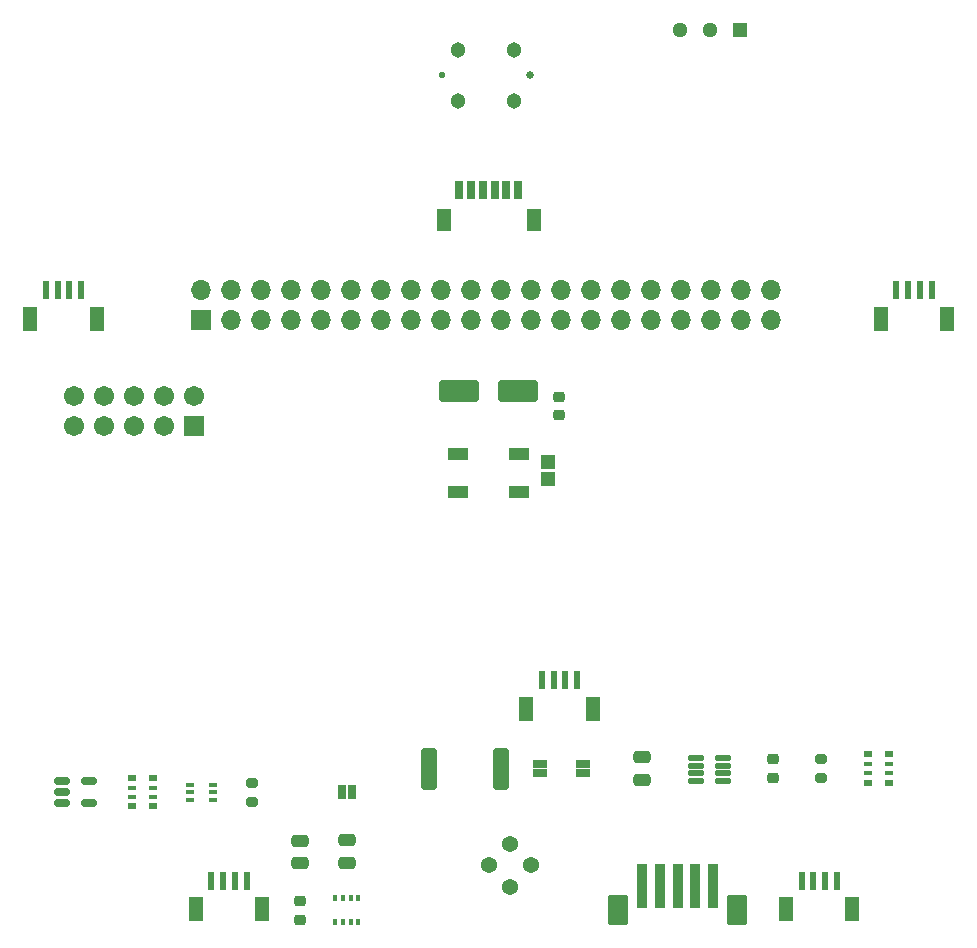
<source format=gts>
%TF.GenerationSoftware,KiCad,Pcbnew,9.0.7*%
%TF.CreationDate,2026-01-09T12:44:47-06:00*%
%TF.ProjectId,dreamV1_0,64726561-6d56-4315-9f30-2e6b69636164,1*%
%TF.SameCoordinates,Original*%
%TF.FileFunction,Soldermask,Top*%
%TF.FilePolarity,Negative*%
%FSLAX46Y46*%
G04 Gerber Fmt 4.6, Leading zero omitted, Abs format (unit mm)*
G04 Created by KiCad (PCBNEW 9.0.7) date 2026-01-09 12:44:47*
%MOMM*%
%LPD*%
G01*
G04 APERTURE LIST*
G04 Aperture macros list*
%AMRoundRect*
0 Rectangle with rounded corners*
0 $1 Rounding radius*
0 $2 $3 $4 $5 $6 $7 $8 $9 X,Y pos of 4 corners*
0 Add a 4 corners polygon primitive as box body*
4,1,4,$2,$3,$4,$5,$6,$7,$8,$9,$2,$3,0*
0 Add four circle primitives for the rounded corners*
1,1,$1+$1,$2,$3*
1,1,$1+$1,$4,$5*
1,1,$1+$1,$6,$7*
1,1,$1+$1,$8,$9*
0 Add four rect primitives between the rounded corners*
20,1,$1+$1,$2,$3,$4,$5,0*
20,1,$1+$1,$4,$5,$6,$7,0*
20,1,$1+$1,$6,$7,$8,$9,0*
20,1,$1+$1,$8,$9,$2,$3,0*%
G04 Aperture macros list end*
%ADD10RoundRect,0.102000X0.350000X1.800000X-0.350000X1.800000X-0.350000X-1.800000X0.350000X-1.800000X0*%
%ADD11RoundRect,0.102000X0.750000X1.150000X-0.750000X1.150000X-0.750000X-1.150000X0.750000X-1.150000X0*%
%ADD12R,1.270000X0.635000*%
%ADD13RoundRect,0.150000X-0.512500X-0.150000X0.512500X-0.150000X0.512500X0.150000X-0.512500X0.150000X0*%
%ADD14R,0.350000X0.500000*%
%ADD15RoundRect,0.225000X0.250000X-0.225000X0.250000X0.225000X-0.250000X0.225000X-0.250000X-0.225000X0*%
%ADD16R,0.600000X1.550000*%
%ADD17R,1.200000X2.000000*%
%ADD18RoundRect,0.200000X0.275000X-0.200000X0.275000X0.200000X-0.275000X0.200000X-0.275000X-0.200000X0*%
%ADD19R,0.660400X1.549400*%
%ADD20R,1.193800X1.854200*%
%ADD21RoundRect,0.250000X-0.475000X0.250000X-0.475000X-0.250000X0.475000X-0.250000X0.475000X0.250000X0*%
%ADD22RoundRect,0.100000X-0.225000X-0.100000X0.225000X-0.100000X0.225000X0.100000X-0.225000X0.100000X0*%
%ADD23RoundRect,0.125000X-0.537500X-0.125000X0.537500X-0.125000X0.537500X0.125000X-0.537500X0.125000X0*%
%ADD24R,0.800000X0.500000*%
%ADD25R,0.800000X0.400000*%
%ADD26RoundRect,0.102000X-0.754000X-0.754000X0.754000X-0.754000X0.754000X0.754000X-0.754000X0.754000X0*%
%ADD27C,1.712000*%
%ADD28C,1.295400*%
%ADD29R,1.295400X1.295400*%
%ADD30R,0.635000X1.270000*%
%ADD31R,1.651000X1.000000*%
%ADD32RoundRect,0.102000X0.510000X-0.520000X0.510000X0.520000X-0.510000X0.520000X-0.510000X-0.520000X0*%
%ADD33RoundRect,0.102000X0.535000X1.635000X-0.535000X1.635000X-0.535000X-1.635000X0.535000X-1.635000X0*%
%ADD34RoundRect,0.225000X-0.250000X0.225000X-0.250000X-0.225000X0.250000X-0.225000X0.250000X0.225000X0*%
%ADD35RoundRect,0.223000X-1.479000X-0.669000X1.479000X-0.669000X1.479000X0.669000X-1.479000X0.669000X0*%
%ADD36R,1.700000X1.700000*%
%ADD37O,1.700000X1.700000*%
%ADD38C,1.371600*%
%ADD39C,0.660000*%
%ADD40C,0.580000*%
%ADD41C,1.304000*%
G04 APERTURE END LIST*
D10*
%TO.C,J3*%
X109000000Y-124950000D03*
X107500000Y-124950000D03*
X106000000Y-124950000D03*
X104500000Y-124950000D03*
X103000000Y-124950000D03*
D11*
X111050000Y-127000000D03*
X100950000Y-127000000D03*
%TD*%
D12*
%TO.C,JP3*%
X98000000Y-115406400D03*
X98000000Y-114593600D03*
%TD*%
D13*
%TO.C,U1*%
X53862500Y-116050000D03*
X53862500Y-117000000D03*
X53862500Y-117950000D03*
X56137500Y-117950000D03*
X56137500Y-116050000D03*
%TD*%
D14*
%TO.C,U2*%
X77025000Y-125975000D03*
X77675000Y-125975000D03*
X78325000Y-125975000D03*
X78975000Y-125975000D03*
X78975000Y-128025000D03*
X78325000Y-128025000D03*
X77675000Y-128025000D03*
X77025000Y-128025000D03*
%TD*%
D15*
%TO.C,C6*%
X96000000Y-85061050D03*
X96000000Y-83511050D03*
%TD*%
D16*
%TO.C,J4*%
X119500000Y-124489000D03*
X118500000Y-124489000D03*
X117500000Y-124489000D03*
X116500000Y-124489000D03*
D17*
X120800000Y-126914000D03*
X115200000Y-126914000D03*
%TD*%
D18*
%TO.C,R2*%
X70000000Y-117825000D03*
X70000000Y-116175000D03*
%TD*%
D19*
%TO.C,J7*%
X92500000Y-66000000D03*
X91500000Y-66000000D03*
X90499999Y-66000000D03*
X89500001Y-66000000D03*
X88500000Y-66000000D03*
X87500000Y-66000000D03*
D20*
X86200000Y-68525014D03*
X93800000Y-68525014D03*
%TD*%
D21*
%TO.C,C4*%
X103000000Y-114050000D03*
X103000000Y-115950000D03*
%TD*%
D22*
%TO.C,Q1*%
X64746667Y-116350000D03*
X64746667Y-117000000D03*
X64746667Y-117650000D03*
X66646667Y-117650000D03*
X66646667Y-117000000D03*
X66646667Y-116350000D03*
%TD*%
D23*
%TO.C,U3*%
X107530000Y-114100000D03*
X107530000Y-114750000D03*
X107530000Y-115400000D03*
X107530000Y-116050000D03*
X109805000Y-116050000D03*
X109805000Y-115400000D03*
X109805000Y-114750000D03*
X109805000Y-114100000D03*
%TD*%
D16*
%TO.C,J2*%
X69500000Y-124489000D03*
X68500000Y-124489000D03*
X67500000Y-124489000D03*
X66500000Y-124489000D03*
D17*
X70800000Y-126914000D03*
X65200000Y-126914000D03*
%TD*%
D24*
%TO.C,R5*%
X122100000Y-113800000D03*
D25*
X122100000Y-114600000D03*
X122100000Y-115400000D03*
D24*
X122100000Y-116200000D03*
X123900000Y-116200000D03*
D25*
X123900000Y-115400000D03*
X123900000Y-114600000D03*
D24*
X123900000Y-113800000D03*
%TD*%
D26*
%TO.C,J5*%
X65080000Y-86020000D03*
D27*
X65080000Y-83480000D03*
X62540000Y-86020000D03*
X62540000Y-83480000D03*
X60000000Y-86020000D03*
X60000000Y-83480000D03*
X57460000Y-86020000D03*
X57460000Y-83480000D03*
X54920000Y-86020000D03*
X54920000Y-83480000D03*
%TD*%
D28*
%TO.C,S1*%
X108760000Y-52500000D03*
X106220000Y-52500000D03*
D29*
X111300000Y-52500000D03*
%TD*%
D30*
%TO.C,JP1*%
X77593600Y-117000000D03*
X78406400Y-117000000D03*
%TD*%
D31*
%TO.C,D1*%
X92577000Y-91600000D03*
X92577000Y-88400000D03*
X87423000Y-88400000D03*
X87423000Y-91600000D03*
%TD*%
D12*
%TO.C,JP2*%
X94386400Y-115406400D03*
X94386400Y-114593600D03*
%TD*%
D16*
%TO.C,J9*%
X127500000Y-74489000D03*
X126500000Y-74489000D03*
X125500000Y-74489000D03*
X124500000Y-74489000D03*
D17*
X128800000Y-76914000D03*
X123200000Y-76914000D03*
%TD*%
D24*
%TO.C,R1*%
X59773333Y-115800000D03*
D25*
X59773333Y-116600000D03*
X59773333Y-117400000D03*
D24*
X59773333Y-118200000D03*
X61573333Y-118200000D03*
D25*
X61573333Y-117400000D03*
X61573333Y-116600000D03*
D24*
X61573333Y-115800000D03*
%TD*%
D32*
%TO.C,R8*%
X95000000Y-90470000D03*
X95000000Y-89000000D03*
%TD*%
D21*
%TO.C,C2*%
X74000000Y-121100000D03*
X74000000Y-123000000D03*
%TD*%
%TO.C,C3*%
X78000000Y-121050000D03*
X78000000Y-122950000D03*
%TD*%
D33*
%TO.C,R4*%
X91055000Y-115000000D03*
X84945000Y-115000000D03*
%TD*%
D34*
%TO.C,C5*%
X114085000Y-114225000D03*
X114085000Y-115775000D03*
%TD*%
D18*
%TO.C,R3*%
X118182500Y-115825000D03*
X118182500Y-114175000D03*
%TD*%
D16*
%TO.C,J6*%
X55500000Y-74489000D03*
X54500000Y-74489000D03*
X53500000Y-74489000D03*
X52500000Y-74489000D03*
D17*
X56800000Y-76914000D03*
X51200000Y-76914000D03*
%TD*%
D35*
%TO.C,C7*%
X92495000Y-83000000D03*
X87505000Y-83000000D03*
%TD*%
D15*
%TO.C,C1*%
X74000000Y-127775000D03*
X74000000Y-126225000D03*
%TD*%
D16*
%TO.C,J8*%
X97500000Y-107489000D03*
X96500000Y-107489000D03*
X95500000Y-107489000D03*
X94500000Y-107489000D03*
D17*
X98800000Y-109914000D03*
X93200000Y-109914000D03*
%TD*%
D36*
%TO.C,J1*%
X65680000Y-77040000D03*
D37*
X65680000Y-74500000D03*
X68220000Y-77040000D03*
X68220000Y-74500000D03*
X70760000Y-77040000D03*
X70760000Y-74500000D03*
X73300000Y-77040000D03*
X73300000Y-74500000D03*
X75840000Y-77040000D03*
X75840000Y-74500000D03*
X78380000Y-77040000D03*
X78380000Y-74500000D03*
X80920000Y-77040000D03*
X80920000Y-74500000D03*
X83460000Y-77040000D03*
X83460000Y-74500000D03*
X86000000Y-77040000D03*
X86000000Y-74500000D03*
X88540000Y-77040000D03*
X88540000Y-74500000D03*
X91080000Y-77040000D03*
X91080000Y-74500000D03*
X93620000Y-77040000D03*
X93620000Y-74500000D03*
X96160000Y-77040000D03*
X96160000Y-74500000D03*
X98700000Y-77040000D03*
X98700000Y-74500000D03*
X101240000Y-77040000D03*
X101240000Y-74500000D03*
X103780000Y-77040000D03*
X103780000Y-74500000D03*
X106320000Y-77040000D03*
X106320000Y-74500000D03*
X108860000Y-77040000D03*
X108860000Y-74500000D03*
X111400000Y-77040000D03*
X111400000Y-74500000D03*
X113940000Y-77040000D03*
X113940000Y-74500000D03*
%TD*%
D38*
%TO.C,IC1*%
X91800000Y-125000000D03*
X90000001Y-123200000D03*
X91800000Y-121400001D03*
X93599999Y-123200000D03*
%TD*%
D39*
%TO.C,J11*%
X93530000Y-56300000D03*
D40*
X86030000Y-56300000D03*
D41*
X92180000Y-54150000D03*
X87380000Y-54150000D03*
X92180000Y-58450000D03*
X87380000Y-58450000D03*
%TD*%
M02*

</source>
